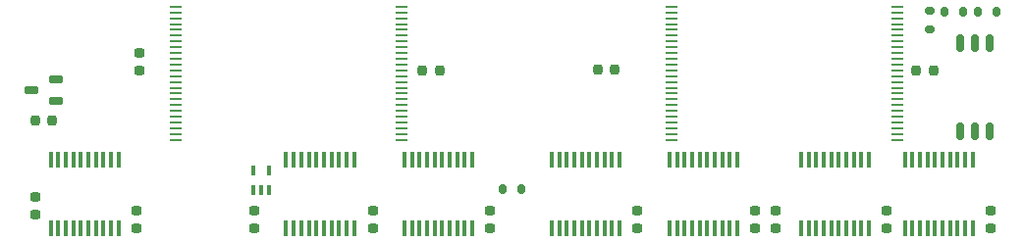
<source format=gtp>
G04 #@! TF.GenerationSoftware,KiCad,Pcbnew,7.0.10*
G04 #@! TF.CreationDate,2024-05-19T03:44:08-04:00*
G04 #@! TF.ProjectId,MacIIROMSIMM,4d616349-4952-44f4-9d53-494d4d2e6b69,1.0*
G04 #@! TF.SameCoordinates,Original*
G04 #@! TF.FileFunction,Paste,Top*
G04 #@! TF.FilePolarity,Positive*
%FSLAX46Y46*%
G04 Gerber Fmt 4.6, Leading zero omitted, Abs format (unit mm)*
G04 Created by KiCad (PCBNEW 7.0.10) date 2024-05-19 03:44:08*
%MOMM*%
%LPD*%
G01*
G04 APERTURE LIST*
G04 Aperture macros list*
%AMRoundRect*
0 Rectangle with rounded corners*
0 $1 Rounding radius*
0 $2 $3 $4 $5 $6 $7 $8 $9 X,Y pos of 4 corners*
0 Add a 4 corners polygon primitive as box body*
4,1,4,$2,$3,$4,$5,$6,$7,$8,$9,$2,$3,0*
0 Add four circle primitives for the rounded corners*
1,1,$1+$1,$2,$3*
1,1,$1+$1,$4,$5*
1,1,$1+$1,$6,$7*
1,1,$1+$1,$8,$9*
0 Add four rect primitives between the rounded corners*
20,1,$1+$1,$2,$3,$4,$5,0*
20,1,$1+$1,$4,$5,$6,$7,0*
20,1,$1+$1,$6,$7,$8,$9,0*
20,1,$1+$1,$8,$9,$2,$3,0*%
G04 Aperture macros list end*
%ADD10RoundRect,0.192500X-0.192500X-0.242500X0.192500X-0.242500X0.192500X0.242500X-0.192500X0.242500X0*%
%ADD11RoundRect,0.192500X0.242500X-0.192500X0.242500X0.192500X-0.242500X0.192500X-0.242500X-0.192500X0*%
%ADD12RoundRect,0.092500X-0.092500X0.592500X-0.092500X-0.592500X0.092500X-0.592500X0.092500X0.592500X0*%
%ADD13RoundRect,0.057500X-0.457500X-0.057500X0.457500X-0.057500X0.457500X0.057500X-0.457500X0.057500X0*%
%ADD14RoundRect,0.080000X0.080000X-0.380000X0.080000X0.380000X-0.080000X0.380000X-0.080000X-0.380000X0*%
%ADD15RoundRect,0.150000X0.150000X0.275000X-0.150000X0.275000X-0.150000X-0.275000X0.150000X-0.275000X0*%
%ADD16RoundRect,0.150000X0.275000X-0.150000X0.275000X0.150000X-0.275000X0.150000X-0.275000X-0.150000X0*%
%ADD17RoundRect,0.175000X0.450000X0.175000X-0.450000X0.175000X-0.450000X-0.175000X0.450000X-0.175000X0*%
%ADD18RoundRect,0.150000X-0.150000X-0.275000X0.150000X-0.275000X0.150000X0.275000X-0.150000X0.275000X0*%
%ADD19RoundRect,0.177500X0.177500X-0.559500X0.177500X0.559500X-0.177500X0.559500X-0.177500X-0.559500X0*%
G04 APERTURE END LIST*
D10*
X153600000Y-109450000D03*
X155100000Y-109450000D03*
D11*
X96500000Y-123100000D03*
X96500000Y-121600000D03*
X116850000Y-123100000D03*
X116850000Y-121600000D03*
X139700000Y-123100000D03*
X139700000Y-121600000D03*
X151050000Y-123100000D03*
X151050000Y-121600000D03*
X160000000Y-123100000D03*
X160000000Y-121600000D03*
D12*
X115300000Y-117200000D03*
X114650000Y-117200000D03*
X114000000Y-117200000D03*
X113350000Y-117200000D03*
X112700000Y-117200000D03*
X112050000Y-117200000D03*
X111400000Y-117200000D03*
X110750000Y-117200000D03*
X110100000Y-117200000D03*
X109450000Y-117200000D03*
X109450000Y-123100000D03*
X110100000Y-123100000D03*
X110750000Y-123100000D03*
X111400000Y-123100000D03*
X112050000Y-123100000D03*
X112700000Y-123100000D03*
X113350000Y-123100000D03*
X114000000Y-123100000D03*
X114650000Y-123100000D03*
X115300000Y-123100000D03*
X149500000Y-117200000D03*
X148850000Y-117200000D03*
X148200000Y-117200000D03*
X147550000Y-117200000D03*
X146900000Y-117200000D03*
X146250000Y-117200000D03*
X145600000Y-117200000D03*
X144950000Y-117200000D03*
X144300000Y-117200000D03*
X143650000Y-117200000D03*
X143650000Y-123100000D03*
X144300000Y-123100000D03*
X144950000Y-123100000D03*
X145600000Y-123100000D03*
X146250000Y-123100000D03*
X146900000Y-123100000D03*
X147550000Y-123100000D03*
X148200000Y-123100000D03*
X148850000Y-123100000D03*
X149500000Y-123100000D03*
X138150000Y-117200000D03*
X137500000Y-117200000D03*
X136850000Y-117200000D03*
X136200000Y-117200000D03*
X135550000Y-117200000D03*
X134900000Y-117200000D03*
X134250000Y-117200000D03*
X133600000Y-117200000D03*
X132950000Y-117200000D03*
X132300000Y-117200000D03*
X132300000Y-123100000D03*
X132950000Y-123100000D03*
X133600000Y-123100000D03*
X134250000Y-123100000D03*
X134900000Y-123100000D03*
X135550000Y-123100000D03*
X136200000Y-123100000D03*
X136850000Y-123100000D03*
X137500000Y-123100000D03*
X138150000Y-123100000D03*
X158450000Y-117200000D03*
X157800000Y-117200000D03*
X157150000Y-117200000D03*
X156500000Y-117200000D03*
X155850000Y-117200000D03*
X155200000Y-117200000D03*
X154550000Y-117200000D03*
X153900000Y-117200000D03*
X153250000Y-117200000D03*
X152600000Y-117200000D03*
X152600000Y-123100000D03*
X153250000Y-123100000D03*
X153900000Y-123100000D03*
X154550000Y-123100000D03*
X155200000Y-123100000D03*
X155850000Y-123100000D03*
X156500000Y-123100000D03*
X157150000Y-123100000D03*
X157800000Y-123100000D03*
X158450000Y-123100000D03*
D10*
X111000000Y-109450000D03*
X112500000Y-109450000D03*
D13*
X89700000Y-103950000D03*
X89700000Y-104450000D03*
X89700000Y-104950000D03*
X89700000Y-105450000D03*
X89700000Y-105950000D03*
X89700000Y-106450000D03*
X89700000Y-106950000D03*
X89700000Y-107450000D03*
X89700000Y-107950000D03*
X89700000Y-108450000D03*
X89700000Y-108950000D03*
X89700000Y-109450000D03*
X89700000Y-109950000D03*
X89700000Y-110450000D03*
X89700000Y-110950000D03*
X89700000Y-111450000D03*
X89700000Y-111950000D03*
X89700000Y-112450000D03*
X89700000Y-112950000D03*
X89700000Y-113450000D03*
X89700000Y-113950000D03*
X89700000Y-114450000D03*
X89700000Y-114950000D03*
X89700000Y-115450000D03*
X109200000Y-115450000D03*
X109200000Y-114950000D03*
X109200000Y-114450000D03*
X109200000Y-113950000D03*
X109200000Y-113450000D03*
X109200000Y-112950000D03*
X109200000Y-112450000D03*
X109200000Y-111950000D03*
X109200000Y-111450000D03*
X109200000Y-110950000D03*
X109200000Y-110450000D03*
X109200000Y-109950000D03*
X109200000Y-109450000D03*
X109200000Y-108950000D03*
X109200000Y-108450000D03*
X109200000Y-107950000D03*
X109200000Y-107450000D03*
X109200000Y-106950000D03*
X109200000Y-106450000D03*
X109200000Y-105950000D03*
X109200000Y-105450000D03*
X109200000Y-104950000D03*
X109200000Y-104450000D03*
X109200000Y-103950000D03*
D12*
X105100000Y-117200000D03*
X104450000Y-117200000D03*
X103800000Y-117200000D03*
X103150000Y-117200000D03*
X102500000Y-117200000D03*
X101850000Y-117200000D03*
X101200000Y-117200000D03*
X100550000Y-117200000D03*
X99900000Y-117200000D03*
X99250000Y-117200000D03*
X99250000Y-123100000D03*
X99900000Y-123100000D03*
X100550000Y-123100000D03*
X101200000Y-123100000D03*
X101850000Y-123100000D03*
X102500000Y-123100000D03*
X103150000Y-123100000D03*
X103800000Y-123100000D03*
X104450000Y-123100000D03*
X105100000Y-123100000D03*
D10*
X77600000Y-113750000D03*
X79100000Y-113750000D03*
D13*
X132490000Y-103950000D03*
X132490000Y-104450000D03*
X132490000Y-104950000D03*
X132490000Y-105450000D03*
X132490000Y-105950000D03*
X132490000Y-106450000D03*
X132490000Y-106950000D03*
X132490000Y-107450000D03*
X132490000Y-107950000D03*
X132490000Y-108450000D03*
X132490000Y-108950000D03*
X132490000Y-109450000D03*
X132490000Y-109950000D03*
X132490000Y-110450000D03*
X132490000Y-110950000D03*
X132490000Y-111450000D03*
X132490000Y-111950000D03*
X132490000Y-112450000D03*
X132490000Y-112950000D03*
X132490000Y-113450000D03*
X132490000Y-113950000D03*
X132490000Y-114450000D03*
X132490000Y-114950000D03*
X132490000Y-115450000D03*
X151990000Y-115450000D03*
X151990000Y-114950000D03*
X151990000Y-114450000D03*
X151990000Y-113950000D03*
X151990000Y-113450000D03*
X151990000Y-112950000D03*
X151990000Y-112450000D03*
X151990000Y-111950000D03*
X151990000Y-111450000D03*
X151990000Y-110950000D03*
X151990000Y-110450000D03*
X151990000Y-109950000D03*
X151990000Y-109450000D03*
X151990000Y-108950000D03*
X151990000Y-108450000D03*
X151990000Y-107950000D03*
X151990000Y-107450000D03*
X151990000Y-106950000D03*
X151990000Y-106450000D03*
X151990000Y-105950000D03*
X151990000Y-105450000D03*
X151990000Y-104950000D03*
X151990000Y-104450000D03*
X151990000Y-103950000D03*
D11*
X86350000Y-123100000D03*
X86350000Y-121600000D03*
D12*
X84800000Y-117200000D03*
X84150000Y-117200000D03*
X83500000Y-117200000D03*
X82850000Y-117200000D03*
X82200000Y-117200000D03*
X81550000Y-117200000D03*
X80900000Y-117200000D03*
X80250000Y-117200000D03*
X79600000Y-117200000D03*
X78950000Y-117200000D03*
X78950000Y-123100000D03*
X79600000Y-123100000D03*
X80250000Y-123100000D03*
X80900000Y-123100000D03*
X81550000Y-123100000D03*
X82200000Y-123100000D03*
X82850000Y-123100000D03*
X83500000Y-123100000D03*
X84150000Y-123100000D03*
X84800000Y-123100000D03*
D11*
X106713500Y-123100000D03*
X106713500Y-121600000D03*
D12*
X128000000Y-117200000D03*
X127350000Y-117200000D03*
X126700000Y-117200000D03*
X126050000Y-117200000D03*
X125400000Y-117200000D03*
X124750000Y-117200000D03*
X124100000Y-117200000D03*
X123450000Y-117200000D03*
X122800000Y-117200000D03*
X122150000Y-117200000D03*
X122150000Y-123100000D03*
X122800000Y-123100000D03*
X123450000Y-123100000D03*
X124100000Y-123100000D03*
X124750000Y-123100000D03*
X125400000Y-123100000D03*
X126050000Y-123100000D03*
X126700000Y-123100000D03*
X127350000Y-123100000D03*
X128000000Y-123100000D03*
D11*
X129550000Y-123100000D03*
X129550000Y-121600000D03*
X141500000Y-123100000D03*
X141500000Y-121600000D03*
X86600000Y-109450000D03*
X86600000Y-107950000D03*
D10*
X126100000Y-109400000D03*
X127600000Y-109400000D03*
D11*
X77600000Y-121873000D03*
X77600000Y-120373000D03*
D14*
X96450000Y-119800000D03*
X97100000Y-119800000D03*
X97750000Y-119800000D03*
X97750000Y-118100000D03*
X96450000Y-118100000D03*
D15*
X157650000Y-104400000D03*
X156050000Y-104400000D03*
D16*
X154750000Y-105900000D03*
X154750000Y-104300000D03*
D15*
X119550000Y-119700000D03*
X117950000Y-119700000D03*
D17*
X79400000Y-112100000D03*
X79400000Y-110200000D03*
X77300000Y-111150000D03*
D18*
X158900000Y-104400000D03*
X160500000Y-104400000D03*
D19*
X157353000Y-114681000D03*
X158623000Y-114681000D03*
X159893000Y-114681000D03*
X159893000Y-107061000D03*
X158623000Y-107061000D03*
X157353000Y-107061000D03*
M02*

</source>
